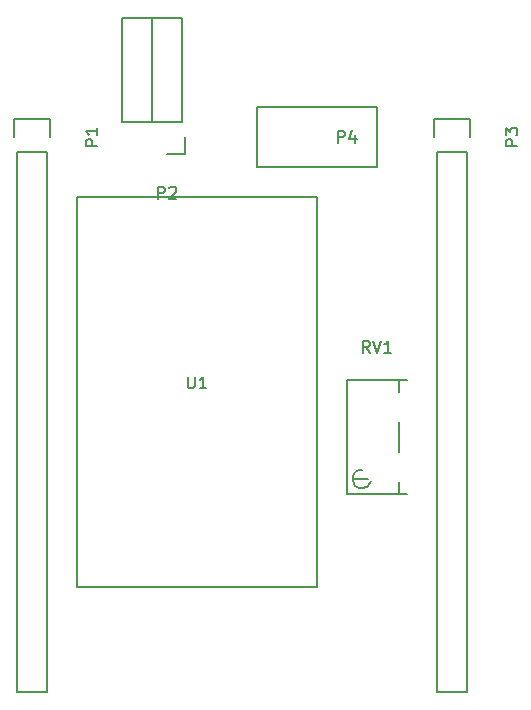
<source format=gbr>
G04 #@! TF.FileFunction,Legend,Top*
%FSLAX46Y46*%
G04 Gerber Fmt 4.6, Leading zero omitted, Abs format (unit mm)*
G04 Created by KiCad (PCBNEW 4.0.3+e1-6302~38~ubuntu16.04.1-stable) date Tue Aug 16 13:23:07 2016*
%MOMM*%
%LPD*%
G01*
G04 APERTURE LIST*
%ADD10C,0.100000*%
%ADD11C,0.150000*%
G04 APERTURE END LIST*
D10*
D11*
X57150000Y-49530000D02*
X57150000Y-95250000D01*
X57150000Y-95250000D02*
X59690000Y-95250000D01*
X59690000Y-95250000D02*
X59690000Y-49530000D01*
X56870000Y-46710000D02*
X56870000Y-48260000D01*
X57150000Y-49530000D02*
X59690000Y-49530000D01*
X59970000Y-48260000D02*
X59970000Y-46710000D01*
X59970000Y-46710000D02*
X56870000Y-46710000D01*
X66040000Y-38160000D02*
X66040000Y-46990000D01*
X68580000Y-38160000D02*
X66040000Y-38160000D01*
X68580000Y-46990000D02*
X68580000Y-38160000D01*
X68580000Y-46990000D02*
X66040000Y-46990000D01*
X71120000Y-46990000D02*
X68580000Y-46990000D01*
X69850000Y-49660000D02*
X71400000Y-49660000D01*
X71400000Y-49660000D02*
X71400000Y-48260000D01*
X71120000Y-46990000D02*
X71120000Y-38160000D01*
X71120000Y-38160000D02*
X68580000Y-38160000D01*
X68580000Y-38160000D02*
X68580000Y-46990000D01*
X92710000Y-49530000D02*
X92710000Y-95250000D01*
X92710000Y-95250000D02*
X95250000Y-95250000D01*
X95250000Y-95250000D02*
X95250000Y-49530000D01*
X92430000Y-46710000D02*
X92430000Y-48260000D01*
X92710000Y-49530000D02*
X95250000Y-49530000D01*
X95530000Y-48260000D02*
X95530000Y-46710000D01*
X95530000Y-46710000D02*
X92430000Y-46710000D01*
X89535000Y-77470000D02*
X89535000Y-78486000D01*
X89535000Y-72390000D02*
X89535000Y-74930000D01*
X89535000Y-68834000D02*
X89535000Y-69850000D01*
X85598000Y-77216000D02*
X86868000Y-77216000D01*
X86347300Y-76428600D02*
X86093300Y-76466700D01*
X86093300Y-76466700D02*
X85813900Y-76644500D01*
X85813900Y-76644500D02*
X85598000Y-76962000D01*
X85598000Y-76962000D02*
X85585300Y-77406500D01*
X85585300Y-77406500D02*
X85788500Y-77762100D01*
X85788500Y-77762100D02*
X86080600Y-77939900D01*
X86080600Y-77939900D02*
X86398100Y-77990700D01*
X86398100Y-77990700D02*
X86804500Y-77889100D01*
X86804500Y-77889100D02*
X87058500Y-77546200D01*
X87058500Y-77546200D02*
X87147400Y-77368400D01*
X86360000Y-78486000D02*
X85090000Y-78486000D01*
X85090000Y-78486000D02*
X85090000Y-68834000D01*
X85090000Y-68834000D02*
X90170000Y-68834000D01*
X90170000Y-78486000D02*
X87630000Y-78486000D01*
X87630000Y-78486000D02*
X86360000Y-78486000D01*
X62230000Y-53340000D02*
X82550000Y-53340000D01*
X82550000Y-53340000D02*
X82550000Y-86360000D01*
X82550000Y-86360000D02*
X62230000Y-86360000D01*
X62230000Y-86360000D02*
X62230000Y-53340000D01*
X77470000Y-45720000D02*
X87630000Y-45720000D01*
X87630000Y-45720000D02*
X87630000Y-50800000D01*
X87630000Y-50800000D02*
X77470000Y-50800000D01*
X77470000Y-50800000D02*
X77470000Y-45720000D01*
X63972381Y-48998095D02*
X62972381Y-48998095D01*
X62972381Y-48617142D01*
X63020000Y-48521904D01*
X63067619Y-48474285D01*
X63162857Y-48426666D01*
X63305714Y-48426666D01*
X63400952Y-48474285D01*
X63448571Y-48521904D01*
X63496190Y-48617142D01*
X63496190Y-48998095D01*
X63972381Y-47474285D02*
X63972381Y-48045714D01*
X63972381Y-47760000D02*
X62972381Y-47760000D01*
X63115238Y-47855238D01*
X63210476Y-47950476D01*
X63258095Y-48045714D01*
X69111905Y-53462381D02*
X69111905Y-52462381D01*
X69492858Y-52462381D01*
X69588096Y-52510000D01*
X69635715Y-52557619D01*
X69683334Y-52652857D01*
X69683334Y-52795714D01*
X69635715Y-52890952D01*
X69588096Y-52938571D01*
X69492858Y-52986190D01*
X69111905Y-52986190D01*
X70064286Y-52557619D02*
X70111905Y-52510000D01*
X70207143Y-52462381D01*
X70445239Y-52462381D01*
X70540477Y-52510000D01*
X70588096Y-52557619D01*
X70635715Y-52652857D01*
X70635715Y-52748095D01*
X70588096Y-52890952D01*
X70016667Y-53462381D01*
X70635715Y-53462381D01*
X99532381Y-48998095D02*
X98532381Y-48998095D01*
X98532381Y-48617142D01*
X98580000Y-48521904D01*
X98627619Y-48474285D01*
X98722857Y-48426666D01*
X98865714Y-48426666D01*
X98960952Y-48474285D01*
X99008571Y-48521904D01*
X99056190Y-48617142D01*
X99056190Y-48998095D01*
X98532381Y-48093333D02*
X98532381Y-47474285D01*
X98913333Y-47807619D01*
X98913333Y-47664761D01*
X98960952Y-47569523D01*
X99008571Y-47521904D01*
X99103810Y-47474285D01*
X99341905Y-47474285D01*
X99437143Y-47521904D01*
X99484762Y-47569523D01*
X99532381Y-47664761D01*
X99532381Y-47950476D01*
X99484762Y-48045714D01*
X99437143Y-48093333D01*
X87034762Y-66492381D02*
X86701428Y-66016190D01*
X86463333Y-66492381D02*
X86463333Y-65492381D01*
X86844286Y-65492381D01*
X86939524Y-65540000D01*
X86987143Y-65587619D01*
X87034762Y-65682857D01*
X87034762Y-65825714D01*
X86987143Y-65920952D01*
X86939524Y-65968571D01*
X86844286Y-66016190D01*
X86463333Y-66016190D01*
X87320476Y-65492381D02*
X87653809Y-66492381D01*
X87987143Y-65492381D01*
X88844286Y-66492381D02*
X88272857Y-66492381D01*
X88558571Y-66492381D02*
X88558571Y-65492381D01*
X88463333Y-65635238D01*
X88368095Y-65730476D01*
X88272857Y-65778095D01*
X71628095Y-68532381D02*
X71628095Y-69341905D01*
X71675714Y-69437143D01*
X71723333Y-69484762D01*
X71818571Y-69532381D01*
X72009048Y-69532381D01*
X72104286Y-69484762D01*
X72151905Y-69437143D01*
X72199524Y-69341905D01*
X72199524Y-68532381D01*
X73199524Y-69532381D02*
X72628095Y-69532381D01*
X72913809Y-69532381D02*
X72913809Y-68532381D01*
X72818571Y-68675238D01*
X72723333Y-68770476D01*
X72628095Y-68818095D01*
X84351905Y-48712381D02*
X84351905Y-47712381D01*
X84732858Y-47712381D01*
X84828096Y-47760000D01*
X84875715Y-47807619D01*
X84923334Y-47902857D01*
X84923334Y-48045714D01*
X84875715Y-48140952D01*
X84828096Y-48188571D01*
X84732858Y-48236190D01*
X84351905Y-48236190D01*
X85780477Y-48045714D02*
X85780477Y-48712381D01*
X85542381Y-47664762D02*
X85304286Y-48379048D01*
X85923334Y-48379048D01*
M02*

</source>
